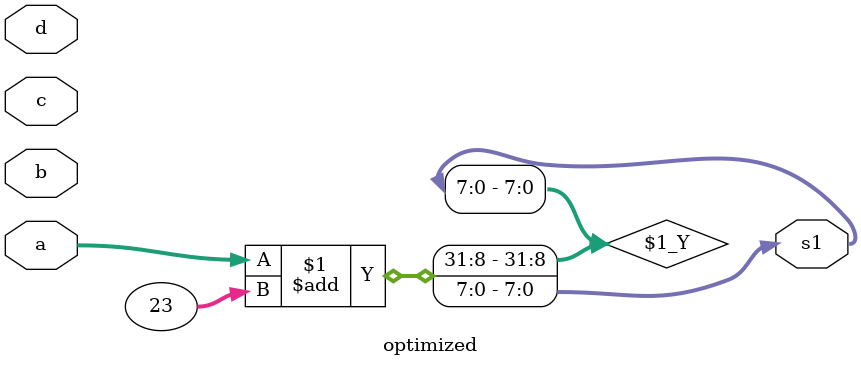
<source format=v>
module optimized
#(  parameter       BW = 8)
(
    input [BW-1:0] a,
    input [BW-1:0] b,
    input [BW-1:0] c,
    input [BW-1:0] d,
    output [BW-1:0] s1
);
    assign s1 = a + 23;
endmodule

</source>
